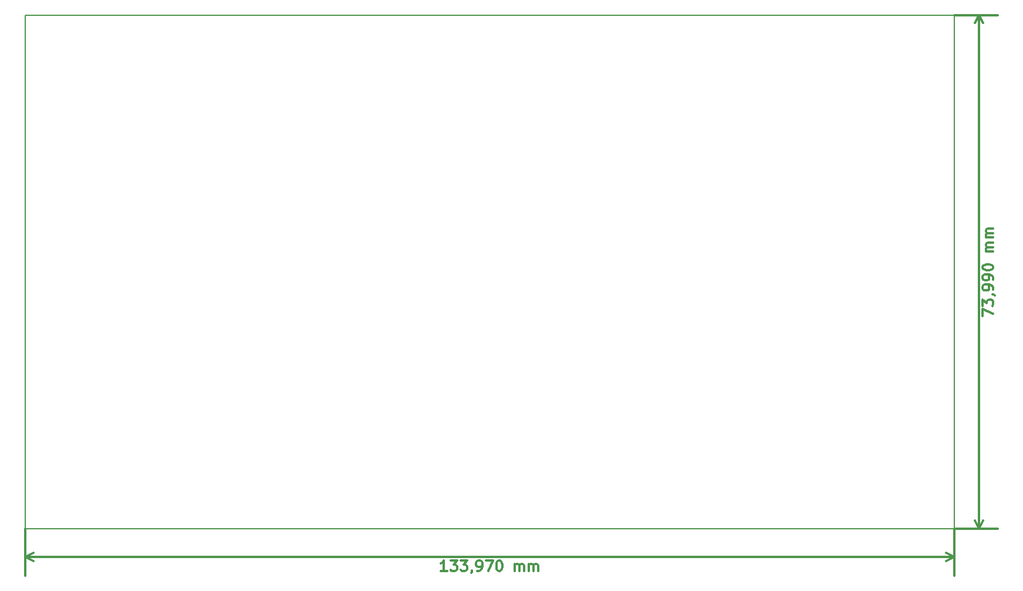
<source format=gbr>
G04 (created by PCBNEW (2013-mar-13)-testing) date jue 26 sep 2013 04:07:39 COT*
%MOIN*%
G04 Gerber Fmt 3.4, Leading zero omitted, Abs format*
%FSLAX34Y34*%
G01*
G70*
G90*
G04 APERTURE LIST*
%ADD10C,0.005906*%
%ADD11C,0.012000*%
%ADD12C,0.008000*%
G04 APERTURE END LIST*
G54D10*
G54D11*
X87639Y-29776D02*
X87639Y-29376D01*
X88239Y-29633D01*
X87639Y-29204D02*
X87639Y-28833D01*
X87867Y-29033D01*
X87867Y-28947D01*
X87896Y-28890D01*
X87924Y-28862D01*
X87982Y-28833D01*
X88124Y-28833D01*
X88182Y-28862D01*
X88210Y-28890D01*
X88239Y-28947D01*
X88239Y-29119D01*
X88210Y-29176D01*
X88182Y-29204D01*
X88210Y-28547D02*
X88239Y-28547D01*
X88296Y-28576D01*
X88324Y-28604D01*
X88239Y-28262D02*
X88239Y-28147D01*
X88210Y-28090D01*
X88182Y-28062D01*
X88096Y-28004D01*
X87982Y-27976D01*
X87753Y-27976D01*
X87696Y-28004D01*
X87667Y-28033D01*
X87639Y-28090D01*
X87639Y-28204D01*
X87667Y-28262D01*
X87696Y-28290D01*
X87753Y-28319D01*
X87896Y-28319D01*
X87953Y-28290D01*
X87982Y-28262D01*
X88010Y-28204D01*
X88010Y-28090D01*
X87982Y-28033D01*
X87953Y-28004D01*
X87896Y-27976D01*
X88239Y-27690D02*
X88239Y-27576D01*
X88210Y-27519D01*
X88182Y-27490D01*
X88096Y-27433D01*
X87982Y-27404D01*
X87753Y-27404D01*
X87696Y-27433D01*
X87667Y-27462D01*
X87639Y-27519D01*
X87639Y-27633D01*
X87667Y-27690D01*
X87696Y-27719D01*
X87753Y-27747D01*
X87896Y-27747D01*
X87953Y-27719D01*
X87982Y-27690D01*
X88010Y-27633D01*
X88010Y-27519D01*
X87982Y-27462D01*
X87953Y-27433D01*
X87896Y-27404D01*
X87639Y-27033D02*
X87639Y-26976D01*
X87668Y-26919D01*
X87696Y-26890D01*
X87753Y-26862D01*
X87868Y-26833D01*
X88010Y-26833D01*
X88125Y-26862D01*
X88182Y-26890D01*
X88210Y-26919D01*
X88239Y-26976D01*
X88239Y-27033D01*
X88210Y-27090D01*
X88182Y-27119D01*
X88125Y-27147D01*
X88010Y-27176D01*
X87868Y-27176D01*
X87753Y-27147D01*
X87696Y-27119D01*
X87668Y-27090D01*
X87639Y-27033D01*
X88239Y-26119D02*
X87839Y-26119D01*
X87896Y-26119D02*
X87868Y-26090D01*
X87839Y-26033D01*
X87839Y-25947D01*
X87868Y-25890D01*
X87925Y-25862D01*
X88239Y-25862D01*
X87925Y-25862D02*
X87868Y-25833D01*
X87839Y-25776D01*
X87839Y-25690D01*
X87868Y-25633D01*
X87925Y-25604D01*
X88239Y-25604D01*
X88239Y-25319D02*
X87839Y-25319D01*
X87896Y-25319D02*
X87868Y-25290D01*
X87839Y-25233D01*
X87839Y-25147D01*
X87868Y-25090D01*
X87925Y-25062D01*
X88239Y-25062D01*
X87925Y-25062D02*
X87868Y-25033D01*
X87839Y-24976D01*
X87839Y-24890D01*
X87868Y-24833D01*
X87925Y-24804D01*
X88239Y-24804D01*
X87426Y-41826D02*
X87429Y-12697D01*
X86019Y-41826D02*
X88506Y-41827D01*
X86023Y-12696D02*
X88509Y-12697D01*
X87429Y-12697D02*
X87660Y-13140D01*
X87429Y-12697D02*
X87199Y-13140D01*
X87426Y-41826D02*
X87656Y-41383D01*
X87426Y-41826D02*
X87195Y-41383D01*
X57219Y-44244D02*
X56876Y-44244D01*
X57047Y-44244D02*
X57047Y-43644D01*
X56990Y-43730D01*
X56933Y-43787D01*
X56876Y-43815D01*
X57419Y-43644D02*
X57790Y-43644D01*
X57590Y-43873D01*
X57676Y-43873D01*
X57733Y-43901D01*
X57761Y-43930D01*
X57790Y-43987D01*
X57790Y-44130D01*
X57761Y-44187D01*
X57733Y-44215D01*
X57676Y-44244D01*
X57504Y-44244D01*
X57447Y-44215D01*
X57419Y-44187D01*
X57990Y-43644D02*
X58361Y-43644D01*
X58161Y-43873D01*
X58247Y-43873D01*
X58304Y-43901D01*
X58333Y-43930D01*
X58361Y-43987D01*
X58361Y-44130D01*
X58333Y-44187D01*
X58304Y-44215D01*
X58247Y-44244D01*
X58076Y-44244D01*
X58019Y-44215D01*
X57990Y-44187D01*
X58647Y-44215D02*
X58647Y-44244D01*
X58619Y-44301D01*
X58590Y-44330D01*
X58933Y-44244D02*
X59047Y-44244D01*
X59104Y-44215D01*
X59133Y-44187D01*
X59190Y-44101D01*
X59219Y-43987D01*
X59219Y-43758D01*
X59190Y-43701D01*
X59161Y-43673D01*
X59104Y-43644D01*
X58990Y-43644D01*
X58933Y-43673D01*
X58904Y-43701D01*
X58876Y-43758D01*
X58876Y-43901D01*
X58904Y-43958D01*
X58933Y-43987D01*
X58990Y-44015D01*
X59104Y-44015D01*
X59161Y-43987D01*
X59190Y-43958D01*
X59219Y-43901D01*
X59419Y-43644D02*
X59819Y-43644D01*
X59561Y-44244D01*
X60161Y-43644D02*
X60219Y-43644D01*
X60276Y-43673D01*
X60304Y-43701D01*
X60333Y-43758D01*
X60361Y-43873D01*
X60361Y-44015D01*
X60333Y-44130D01*
X60304Y-44187D01*
X60276Y-44215D01*
X60219Y-44244D01*
X60161Y-44244D01*
X60104Y-44215D01*
X60076Y-44187D01*
X60047Y-44130D01*
X60019Y-44015D01*
X60019Y-43873D01*
X60047Y-43758D01*
X60076Y-43701D01*
X60104Y-43673D01*
X60161Y-43644D01*
X61076Y-44244D02*
X61076Y-43844D01*
X61076Y-43901D02*
X61104Y-43873D01*
X61161Y-43844D01*
X61247Y-43844D01*
X61304Y-43873D01*
X61333Y-43930D01*
X61333Y-44244D01*
X61333Y-43930D02*
X61361Y-43873D01*
X61419Y-43844D01*
X61504Y-43844D01*
X61561Y-43873D01*
X61590Y-43930D01*
X61590Y-44244D01*
X61876Y-44244D02*
X61876Y-43844D01*
X61876Y-43901D02*
X61904Y-43873D01*
X61961Y-43844D01*
X62047Y-43844D01*
X62104Y-43873D01*
X62133Y-43930D01*
X62133Y-44244D01*
X62133Y-43930D02*
X62161Y-43873D01*
X62219Y-43844D01*
X62304Y-43844D01*
X62361Y-43873D01*
X62390Y-43930D01*
X62390Y-44244D01*
X86019Y-43433D02*
X33275Y-43433D01*
X86019Y-41822D02*
X86019Y-44513D01*
X33275Y-41822D02*
X33275Y-44513D01*
X33275Y-43433D02*
X33719Y-43202D01*
X33275Y-43433D02*
X33719Y-43663D01*
X86019Y-43433D02*
X85576Y-43202D01*
X86019Y-43433D02*
X85576Y-43663D01*
G54D12*
X33268Y-41831D02*
X33268Y-12697D01*
X33268Y-12697D02*
X80512Y-12697D01*
X86024Y-41831D02*
X80512Y-41831D01*
X86024Y-12697D02*
X86024Y-41831D01*
X80512Y-12697D02*
X86024Y-12697D01*
X33268Y-41831D02*
X80512Y-41831D01*
X33268Y-12697D02*
X80512Y-12697D01*
X33268Y-41831D02*
X33268Y-12697D01*
M02*

</source>
